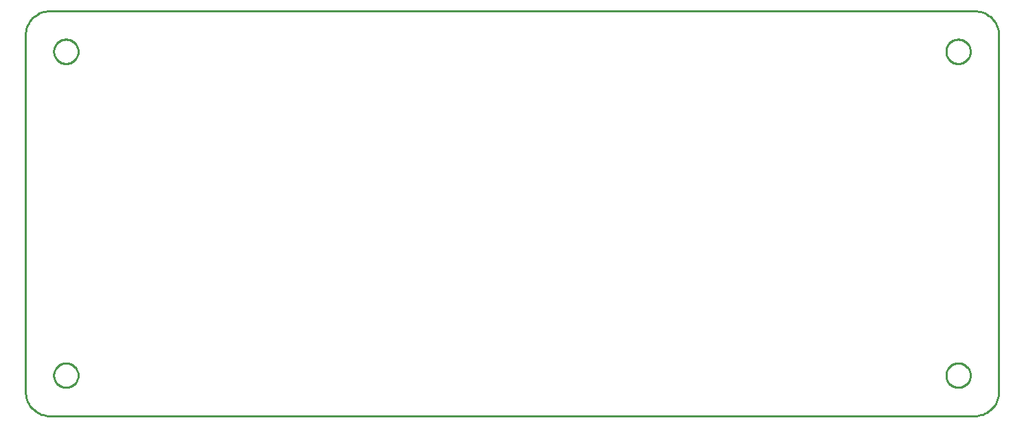
<source format=gbr>
G04 EAGLE Gerber RS-274X export*
G75*
%MOMM*%
%FSLAX34Y34*%
%LPD*%
%IN*%
%IPPOS*%
%AMOC8*
5,1,8,0,0,1.08239X$1,22.5*%
G01*
%ADD10C,0.254000*%


D10*
X-600000Y30000D02*
X-599886Y27385D01*
X-599544Y24791D01*
X-598978Y22235D01*
X-598191Y19739D01*
X-597189Y17321D01*
X-595981Y15000D01*
X-594575Y12793D01*
X-592981Y10716D01*
X-591213Y8787D01*
X-589284Y7019D01*
X-587207Y5425D01*
X-585000Y4019D01*
X-582679Y2811D01*
X-580261Y1809D01*
X-577765Y1022D01*
X-575209Y456D01*
X-572615Y114D01*
X-570000Y0D01*
X570000Y0D01*
X572615Y114D01*
X575209Y456D01*
X577765Y1022D01*
X580261Y1809D01*
X582679Y2811D01*
X585000Y4019D01*
X587207Y5425D01*
X589284Y7019D01*
X591213Y8787D01*
X592981Y10716D01*
X594575Y12793D01*
X595981Y15000D01*
X597189Y17321D01*
X598191Y19739D01*
X598978Y22235D01*
X599544Y24791D01*
X599886Y27385D01*
X600000Y30000D01*
X600000Y470000D01*
X599886Y472615D01*
X599544Y475209D01*
X598978Y477765D01*
X598191Y480261D01*
X597189Y482679D01*
X595981Y485000D01*
X594575Y487207D01*
X592981Y489284D01*
X591213Y491213D01*
X589284Y492981D01*
X587207Y494575D01*
X585000Y495981D01*
X582679Y497189D01*
X580261Y498191D01*
X577765Y498978D01*
X575209Y499544D01*
X572615Y499886D01*
X570000Y500000D01*
X-570000Y500000D01*
X-572615Y499886D01*
X-575209Y499544D01*
X-577765Y498978D01*
X-580261Y498191D01*
X-582679Y497189D01*
X-585000Y495981D01*
X-587207Y494575D01*
X-589284Y492981D01*
X-591213Y491213D01*
X-592981Y489284D01*
X-594575Y487207D01*
X-595981Y485000D01*
X-597189Y482679D01*
X-598191Y480261D01*
X-598978Y477765D01*
X-599544Y475209D01*
X-599886Y472615D01*
X-600000Y470000D01*
X-600000Y30000D01*
X-535000Y449464D02*
X-535076Y448396D01*
X-535229Y447335D01*
X-535457Y446288D01*
X-535759Y445260D01*
X-536133Y444256D01*
X-536578Y443281D01*
X-537092Y442341D01*
X-537671Y441440D01*
X-538313Y440582D01*
X-539015Y439772D01*
X-539772Y439015D01*
X-540582Y438313D01*
X-541440Y437671D01*
X-542341Y437092D01*
X-543281Y436578D01*
X-544256Y436133D01*
X-545260Y435759D01*
X-546288Y435457D01*
X-547335Y435229D01*
X-548396Y435076D01*
X-549464Y435000D01*
X-550536Y435000D01*
X-551604Y435076D01*
X-552665Y435229D01*
X-553712Y435457D01*
X-554740Y435759D01*
X-555744Y436133D01*
X-556719Y436578D01*
X-557659Y437092D01*
X-558560Y437671D01*
X-559418Y438313D01*
X-560228Y439015D01*
X-560985Y439772D01*
X-561687Y440582D01*
X-562329Y441440D01*
X-562908Y442341D01*
X-563422Y443281D01*
X-563867Y444256D01*
X-564241Y445260D01*
X-564543Y446288D01*
X-564771Y447335D01*
X-564924Y448396D01*
X-565000Y449464D01*
X-565000Y450536D01*
X-564924Y451604D01*
X-564771Y452665D01*
X-564543Y453712D01*
X-564241Y454740D01*
X-563867Y455744D01*
X-563422Y456719D01*
X-562908Y457659D01*
X-562329Y458560D01*
X-561687Y459418D01*
X-560985Y460228D01*
X-560228Y460985D01*
X-559418Y461687D01*
X-558560Y462329D01*
X-557659Y462908D01*
X-556719Y463422D01*
X-555744Y463867D01*
X-554740Y464241D01*
X-553712Y464543D01*
X-552665Y464771D01*
X-551604Y464924D01*
X-550536Y465000D01*
X-549464Y465000D01*
X-548396Y464924D01*
X-547335Y464771D01*
X-546288Y464543D01*
X-545260Y464241D01*
X-544256Y463867D01*
X-543281Y463422D01*
X-542341Y462908D01*
X-541440Y462329D01*
X-540582Y461687D01*
X-539772Y460985D01*
X-539015Y460228D01*
X-538313Y459418D01*
X-537671Y458560D01*
X-537092Y457659D01*
X-536578Y456719D01*
X-536133Y455744D01*
X-535759Y454740D01*
X-535457Y453712D01*
X-535229Y452665D01*
X-535076Y451604D01*
X-535000Y450536D01*
X-535000Y449464D01*
X-535000Y49464D02*
X-535076Y48396D01*
X-535229Y47335D01*
X-535457Y46288D01*
X-535759Y45260D01*
X-536133Y44256D01*
X-536578Y43281D01*
X-537092Y42341D01*
X-537671Y41440D01*
X-538313Y40582D01*
X-539015Y39772D01*
X-539772Y39015D01*
X-540582Y38313D01*
X-541440Y37671D01*
X-542341Y37092D01*
X-543281Y36578D01*
X-544256Y36133D01*
X-545260Y35759D01*
X-546288Y35457D01*
X-547335Y35229D01*
X-548396Y35076D01*
X-549464Y35000D01*
X-550536Y35000D01*
X-551604Y35076D01*
X-552665Y35229D01*
X-553712Y35457D01*
X-554740Y35759D01*
X-555744Y36133D01*
X-556719Y36578D01*
X-557659Y37092D01*
X-558560Y37671D01*
X-559418Y38313D01*
X-560228Y39015D01*
X-560985Y39772D01*
X-561687Y40582D01*
X-562329Y41440D01*
X-562908Y42341D01*
X-563422Y43281D01*
X-563867Y44256D01*
X-564241Y45260D01*
X-564543Y46288D01*
X-564771Y47335D01*
X-564924Y48396D01*
X-565000Y49464D01*
X-565000Y50536D01*
X-564924Y51604D01*
X-564771Y52665D01*
X-564543Y53712D01*
X-564241Y54740D01*
X-563867Y55744D01*
X-563422Y56719D01*
X-562908Y57659D01*
X-562329Y58560D01*
X-561687Y59418D01*
X-560985Y60228D01*
X-560228Y60985D01*
X-559418Y61687D01*
X-558560Y62329D01*
X-557659Y62908D01*
X-556719Y63422D01*
X-555744Y63867D01*
X-554740Y64241D01*
X-553712Y64543D01*
X-552665Y64771D01*
X-551604Y64924D01*
X-550536Y65000D01*
X-549464Y65000D01*
X-548396Y64924D01*
X-547335Y64771D01*
X-546288Y64543D01*
X-545260Y64241D01*
X-544256Y63867D01*
X-543281Y63422D01*
X-542341Y62908D01*
X-541440Y62329D01*
X-540582Y61687D01*
X-539772Y60985D01*
X-539015Y60228D01*
X-538313Y59418D01*
X-537671Y58560D01*
X-537092Y57659D01*
X-536578Y56719D01*
X-536133Y55744D01*
X-535759Y54740D01*
X-535457Y53712D01*
X-535229Y52665D01*
X-535076Y51604D01*
X-535000Y50536D01*
X-535000Y49464D01*
X565000Y49464D02*
X564924Y48396D01*
X564771Y47335D01*
X564543Y46288D01*
X564241Y45260D01*
X563867Y44256D01*
X563422Y43281D01*
X562908Y42341D01*
X562329Y41440D01*
X561687Y40582D01*
X560985Y39772D01*
X560228Y39015D01*
X559418Y38313D01*
X558560Y37671D01*
X557659Y37092D01*
X556719Y36578D01*
X555744Y36133D01*
X554740Y35759D01*
X553712Y35457D01*
X552665Y35229D01*
X551604Y35076D01*
X550536Y35000D01*
X549464Y35000D01*
X548396Y35076D01*
X547335Y35229D01*
X546288Y35457D01*
X545260Y35759D01*
X544256Y36133D01*
X543281Y36578D01*
X542341Y37092D01*
X541440Y37671D01*
X540582Y38313D01*
X539772Y39015D01*
X539015Y39772D01*
X538313Y40582D01*
X537671Y41440D01*
X537092Y42341D01*
X536578Y43281D01*
X536133Y44256D01*
X535759Y45260D01*
X535457Y46288D01*
X535229Y47335D01*
X535076Y48396D01*
X535000Y49464D01*
X535000Y50536D01*
X535076Y51604D01*
X535229Y52665D01*
X535457Y53712D01*
X535759Y54740D01*
X536133Y55744D01*
X536578Y56719D01*
X537092Y57659D01*
X537671Y58560D01*
X538313Y59418D01*
X539015Y60228D01*
X539772Y60985D01*
X540582Y61687D01*
X541440Y62329D01*
X542341Y62908D01*
X543281Y63422D01*
X544256Y63867D01*
X545260Y64241D01*
X546288Y64543D01*
X547335Y64771D01*
X548396Y64924D01*
X549464Y65000D01*
X550536Y65000D01*
X551604Y64924D01*
X552665Y64771D01*
X553712Y64543D01*
X554740Y64241D01*
X555744Y63867D01*
X556719Y63422D01*
X557659Y62908D01*
X558560Y62329D01*
X559418Y61687D01*
X560228Y60985D01*
X560985Y60228D01*
X561687Y59418D01*
X562329Y58560D01*
X562908Y57659D01*
X563422Y56719D01*
X563867Y55744D01*
X564241Y54740D01*
X564543Y53712D01*
X564771Y52665D01*
X564924Y51604D01*
X565000Y50536D01*
X565000Y49464D01*
X565000Y449464D02*
X564924Y448396D01*
X564771Y447335D01*
X564543Y446288D01*
X564241Y445260D01*
X563867Y444256D01*
X563422Y443281D01*
X562908Y442341D01*
X562329Y441440D01*
X561687Y440582D01*
X560985Y439772D01*
X560228Y439015D01*
X559418Y438313D01*
X558560Y437671D01*
X557659Y437092D01*
X556719Y436578D01*
X555744Y436133D01*
X554740Y435759D01*
X553712Y435457D01*
X552665Y435229D01*
X551604Y435076D01*
X550536Y435000D01*
X549464Y435000D01*
X548396Y435076D01*
X547335Y435229D01*
X546288Y435457D01*
X545260Y435759D01*
X544256Y436133D01*
X543281Y436578D01*
X542341Y437092D01*
X541440Y437671D01*
X540582Y438313D01*
X539772Y439015D01*
X539015Y439772D01*
X538313Y440582D01*
X537671Y441440D01*
X537092Y442341D01*
X536578Y443281D01*
X536133Y444256D01*
X535759Y445260D01*
X535457Y446288D01*
X535229Y447335D01*
X535076Y448396D01*
X535000Y449464D01*
X535000Y450536D01*
X535076Y451604D01*
X535229Y452665D01*
X535457Y453712D01*
X535759Y454740D01*
X536133Y455744D01*
X536578Y456719D01*
X537092Y457659D01*
X537671Y458560D01*
X538313Y459418D01*
X539015Y460228D01*
X539772Y460985D01*
X540582Y461687D01*
X541440Y462329D01*
X542341Y462908D01*
X543281Y463422D01*
X544256Y463867D01*
X545260Y464241D01*
X546288Y464543D01*
X547335Y464771D01*
X548396Y464924D01*
X549464Y465000D01*
X550536Y465000D01*
X551604Y464924D01*
X552665Y464771D01*
X553712Y464543D01*
X554740Y464241D01*
X555744Y463867D01*
X556719Y463422D01*
X557659Y462908D01*
X558560Y462329D01*
X559418Y461687D01*
X560228Y460985D01*
X560985Y460228D01*
X561687Y459418D01*
X562329Y458560D01*
X562908Y457659D01*
X563422Y456719D01*
X563867Y455744D01*
X564241Y454740D01*
X564543Y453712D01*
X564771Y452665D01*
X564924Y451604D01*
X565000Y450536D01*
X565000Y449464D01*
M02*

</source>
